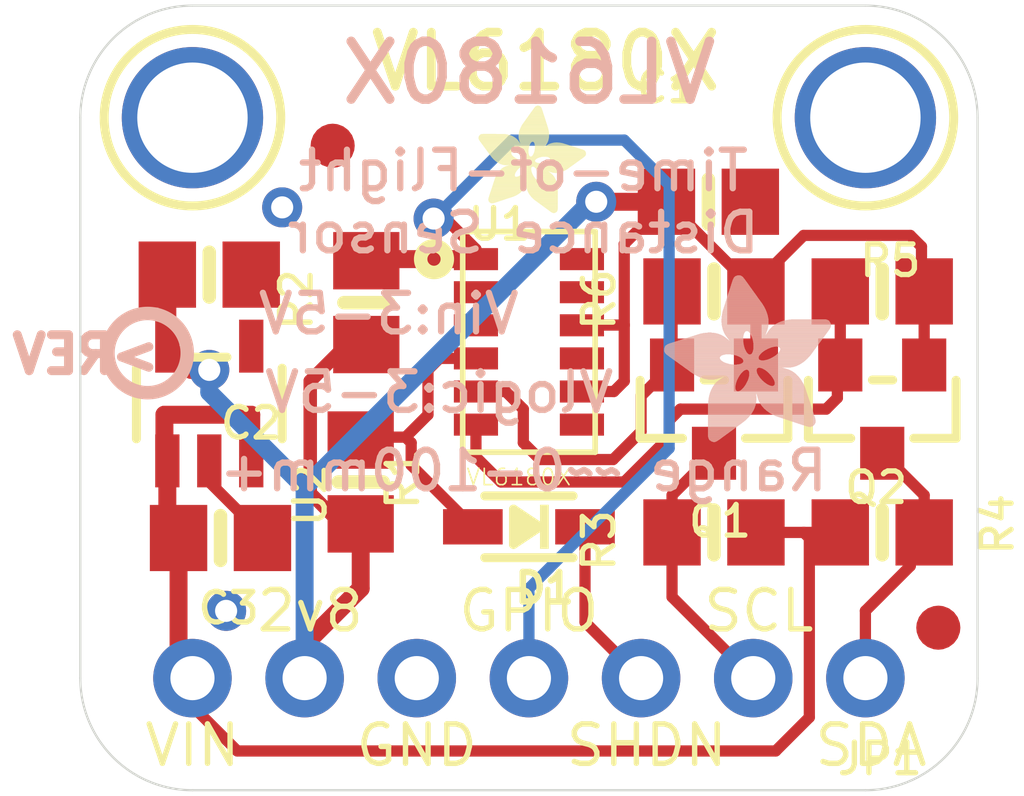
<source format=kicad_pcb>
(kicad_pcb (version 20211014) (generator pcbnew)
  (layers (0 "F.Cu" signal) (31 "B.Cu" signal) (34 "B.Paste" user) (35 "F.Paste" user) (36 "B.SilkS" user "B.Silkscreen") (37 "F.SilkS" user "F.Silkscreen") (38 "B.Mask" user) (39 "F.Mask" user) (44 "Edge.Cuts" user))
  (net 0 "")
  (net 1 "2.8V")
  (net 2 "GND")
  (net 3 "SHDN_2.8V")
  (net 4 "SCL_2.8V")
  (net 5 "SDA_2.8V")
  (net 6 "VIN")
  (net 7 "SHDN")
  (net 8 "SCL")
  (net 9 "SDA")
  (net 10 "GPIO_OUT")
  (footprint "boardEagle:MOUNTINGHOLE_2.5_PLATED" (layer "F.Cu") (at 156.1211 98.6536)
    (fp_text reference "U$11" hide)
    (fp_text value "MOUNTINGHOLE2.5" hide)
    (pad "P$1" thru_hole circle (at 0 0) (size 3.2 3.2) (drill 2.5) (layers *.Cu *.Mask))
  )
  (footprint "boardEagle:SOT23-WIDE" (layer "F.Cu") (at 152.6921 105.2576 180)
    (fp_text reference "Q1" (at 0.635 -2.54) (layer "F.SilkS") (effects (font (size 0.692831 0.692831) (thickness 0.119969)) (justify left)))
    (fp_text value "BSS138")
    (pad "1" smd rect (at -0.95 1 180) (size 1 1.2) (layers "F.Cu" "F.Paste" "F.Mask") (net 1 "2.8V"))
    (pad "2" smd rect (at 0.95 1 180) (size 1 1.2) (layers "F.Cu" "F.Paste" "F.Mask") (net 4 "SCL_2.8V"))
    (pad "3" smd rect (at 0 -1 180) (size 1 1.2) (layers "F.Cu" "F.Paste" "F.Mask") (net 8 "SCL"))
  )
  (footprint "boardEagle:0805-NO" (layer "F.Cu") (at 144.6911 106.9086 -90)
    (fp_text reference "R1" (at -0.8255 -0.9525 90) (layer "F.SilkS") (effects (font (size 0.692831 0.692831) (thickness 0.119969)) (justify right)))
    (fp_text value "47K")
    (pad "1" smd rect (at -0.95 0 270) (size 1.3 1.5) (layers "F.Cu" "F.Paste" "F.Mask") (net 3 "SHDN_2.8V"))
    (pad "2" smd rect (at 0.95 0 270) (size 1.3 1.5) (layers "F.Cu" "F.Paste" "F.Mask") (net 1 "2.8V"))
  )
  (footprint "boardEagle:ADAFRUIT_2.5MM" (layer "F.Cu") (at 147.3581 100.8126)
    (fp_text reference "U$18" hide)
    (fp_text value "" hide)
  )
  (footprint "boardEagle:0805-NO" (layer "F.Cu") (at 156.5021 102.5906)
    (fp_text reference "R5" (at -0.5715 -0.6985) (layer "F.SilkS") (effects (font (size 0.692831 0.692831) (thickness 0.119969)) (justify left)))
    (fp_text value "10K")
    (pad "1" smd rect (at -0.95 0) (size 1.3 1.5) (layers "F.Cu" "F.Paste" "F.Mask") (net 5 "SDA_2.8V"))
    (pad "2" smd rect (at 0.95 0) (size 1.3 1.5) (layers "F.Cu" "F.Paste" "F.Mask") (net 1 "2.8V"))
  )
  (footprint "boardEagle:0805-NO" (layer "F.Cu") (at 152.6921 108.0516)
    (fp_text reference "R3" (at -2.6035 -0.5715 90) (layer "F.SilkS") (effects (font (size 0.692831 0.692831) (thickness 0.119969)) (justify right)))
    (fp_text value "10K")
    (pad "1" smd rect (at -0.95 0) (size 1.3 1.5) (layers "F.Cu" "F.Paste" "F.Mask") (net 8 "SCL"))
    (pad "2" smd rect (at 0.95 0) (size 1.3 1.5) (layers "F.Cu" "F.Paste" "F.Mask") (net 6 "VIN"))
  )
  (footprint "boardEagle:0805-NO" (layer "F.Cu") (at 141.2621 102.2096)
    (fp_text reference "C2" (at 0.1905 3.3655) (layer "F.SilkS") (effects (font (size 0.692831 0.692831) (thickness 0.119969)) (justify left)))
    (fp_text value "10uF")
    (pad "1" smd rect (at -0.95 0) (size 1.3 1.5) (layers "F.Cu" "F.Paste" "F.Mask") (net 1 "2.8V"))
    (pad "2" smd rect (at 0.95 0) (size 1.3 1.5) (layers "F.Cu" "F.Paste" "F.Mask") (net 2 "GND"))
  )
  (footprint "boardEagle:0805-NO" (layer "F.Cu") (at 144.8181 102.8446 -90)
    (fp_text reference "R2" (at -0.8255 1.5875 90) (layer "F.SilkS") (effects (font (size 0.692831 0.692831) (thickness 0.119969)) (justify right)))
    (fp_text value "47K")
    (pad "1" smd rect (at -0.95 0 270) (size 1.3 1.5) (layers "F.Cu" "F.Paste" "F.Mask") (net 10 "GPIO_OUT"))
    (pad "2" smd rect (at 0.95 0 270) (size 1.3 1.5) (layers "F.Cu" "F.Paste" "F.Mask") (net 1 "2.8V"))
  )
  (footprint "boardEagle:VL6180" (layer "F.Cu") (at 148.5011 103.7336)
    (fp_text reference "U1" (at -1.441 -2.665) (layer "F.SilkS") (effects (font (size 0.692831 0.692831) (thickness 0.119969)) (justify left)))
    (fp_text value "VL6180X" (at -1.441 3.066) (layer "F.SilkS") (effects (font (size 0.369824 0.369824) (thickness 0.036576)) (justify left)))
    (pad "1" smd rect (at -1.2 -1.875 270) (size 0.5 1) (layers "F.Cu" "F.Paste" "F.Mask") (net 10 "GPIO_OUT"))
    (pad "2" smd rect (at -1.2 -1.125 270) (size 0.5 1) (layers "F.Cu" "F.Paste" "F.Mask"))
    (pad "3" smd rect (at -1.2 -0.375 270) (size 0.5 1) (layers "F.Cu" "F.Paste" "F.Mask"))
    (pad "4" smd rect (at -1.2 0.375 270) (size 0.5 1) (layers "F.Cu" "F.Paste" "F.Mask") (net 3 "SHDN_2.8V"))
    (pad "5" smd rect (at -1.2 1.125 270) (size 0.5 1) (layers "F.Cu" "F.Paste" "F.Mask") (net 4 "SCL_2.8V"))
    (pad "6" smd rect (at -1.2 1.875 270) (size 0.5 1) (layers "F.Cu" "F.Paste" "F.Mask") (net 5 "SDA_2.8V"))
    (pad "7" smd rect (at 1.2 1.875 270) (size 0.5 1) (layers "F.Cu" "F.Paste" "F.Mask"))
    (pad "8" smd rect (at 1.2 1.125 270) (size 0.5 1) (layers "F.Cu" "F.Paste" "F.Mask") (net 1 "2.8V"))
    (pad "9" smd rect (at 1.2 0.375 270) (size 0.5 1) (layers "F.Cu" "F.Paste" "F.Mask") (net 2 "GND"))
    (pad "10" smd rect (at 1.2 -0.375 270) (size 0.5 1) (layers "F.Cu" "F.Paste" "F.Mask") (net 1 "2.8V"))
    (pad "11" smd rect (at 1.2 -1.125 270) (size 0.5 1) (layers "F.Cu" "F.Paste" "F.Mask"))
    (pad "12" smd rect (at 1.2 -1.875 270) (size 0.5 1) (layers "F.Cu" "F.Paste" "F.Mask") (net 2 "GND"))
  )
  (footprint "boardEagle:0805-NO" (layer "F.Cu") (at 156.5021 108.0516 180)
    (fp_text reference "R4" (at -2.6035 -0.5715 90) (layer "F.SilkS") (effects (font (size 0.692831 0.692831) (thickness 0.119969)) (justify left)))
    (fp_text value "10K")
    (pad "1" smd rect (at -0.95 0 180) (size 1.3 1.5) (layers "F.Cu" "F.Paste" "F.Mask") (net 9 "SDA"))
    (pad "2" smd rect (at 0.95 0 180) (size 1.3 1.5) (layers "F.Cu" "F.Paste" "F.Mask") (net 6 "VIN"))
  )
  (footprint "boardEagle:0805-NO" (layer "F.Cu") (at 152.6921 102.5906)
    (fp_text reference "R6" (at -2.6035 -0.5715 90) (layer "F.SilkS") (effects (font (size 0.692831 0.692831) (thickness 0.119969)) (justify right)))
    (fp_text value "10K")
    (pad "1" smd rect (at -0.95 0) (size 1.3 1.5) (layers "F.Cu" "F.Paste" "F.Mask") (net 4 "SCL_2.8V"))
    (pad "2" smd rect (at 0.95 0) (size 1.3 1.5) (layers "F.Cu" "F.Paste" "F.Mask") (net 1 "2.8V"))
  )
  (footprint "boardEagle:0805-NO" (layer "F.Cu") (at 141.5161 108.1786)
    (fp_text reference "C3" (at -0.5715 1.5875) (layer "F.SilkS") (effects (font (size 0.692831 0.692831) (thickness 0.119969)) (justify left)))
    (fp_text value "10uF")
    (pad "1" smd rect (at -0.95 0) (size 1.3 1.5) (layers "F.Cu" "F.Paste" "F.Mask") (net 6 "VIN"))
    (pad "2" smd rect (at 0.95 0) (size 1.3 1.5) (layers "F.Cu" "F.Paste" "F.Mask") (net 2 "GND"))
  )
  (footprint "boardEagle:0805-NO" (layer "F.Cu") (at 152.5651 100.5586 180)
    (fp_text reference "C1" (at 0.1905 2.6035) (layer "F.SilkS") (effects (font (size 0.692831 0.692831) (thickness 0.119969)) (justify right)))
    (fp_text value "0.1uF")
    (pad "1" smd rect (at -0.95 0 180) (size 1.3 1.5) (layers "F.Cu" "F.Paste" "F.Mask") (net 2 "GND"))
    (pad "2" smd rect (at 0.95 0 180) (size 1.3 1.5) (layers "F.Cu" "F.Paste" "F.Mask") (net 1 "2.8V"))
  )
  (footprint "boardEagle:FIDUCIAL_1MM" (layer "F.Cu") (at 157.7721 110.2106)
    (fp_text reference "FID2" hide)
    (fp_text value "FIDUCIAL\"\"" hide)
    (pad "1" smd roundrect (at 0 0) (size 1 1) (layers "F.Cu" "F.Mask") (roundrect_rratio 0.5))
  )
  (footprint "boardEagle:MOUNTINGHOLE_2.5_PLATED" (layer "F.Cu") (at 140.8811 98.6536)
    (fp_text reference "U$12" hide)
    (fp_text value "MOUNTINGHOLE2.5" hide)
    (pad "P$1" thru_hole circle (at 0 0) (size 3.2 3.2) (drill 2.5) (layers *.Cu *.Mask))
  )
  (footprint "boardEagle:SOT23-5" (layer "F.Cu") (at 141.2621 105.1306)
    (fp_text reference "U2" (at 2.286 2.848 90) (layer "F.SilkS") (effects (font (size 0.692831 0.692831) (thickness 0.119969)) (justify left)))
    (fp_text value "MIC5225_2.8V")
    (pad "1" smd rect (at -0.95 1.3001) (size 0.55 1.2) (layers "F.Cu" "F.Paste" "F.Mask") (net 6 "VIN"))
    (pad "2" smd rect (at 0 1.3001) (size 0.55 1.2) (layers "F.Cu" "F.Paste" "F.Mask") (net 2 "GND"))
    (pad "3" smd rect (at 0.95 1.3001) (size 0.55 1.2) (layers "F.Cu" "F.Paste" "F.Mask") (net 6 "VIN"))
    (pad "4" smd rect (at 0.95 -1.3001) (size 0.55 1.2) (layers "F.Cu" "F.Paste" "F.Mask"))
    (pad "5" smd rect (at -0.95 -1.3001) (size 0.55 1.2) (layers "F.Cu" "F.Paste" "F.Mask") (net 1 "2.8V"))
  )
  (footprint "boardEagle:SOD-323" (layer "F.Cu") (at 148.5011 107.9246 180)
    (fp_text reference "D1" (at -1.1 -1 180) (layer "F.SilkS") (effects (font (size 0.666496 0.666496) (thickness 0.146304)) (justify right top)))
    (fp_text value "1N4148")
    (pad "A" smd rect (at 1.27 0 180) (size 1.35 0.8) (layers "F.Cu" "F.Paste" "F.Mask") (net 3 "SHDN_2.8V"))
    (pad "C" smd rect (at -1.27 0 180) (size 1.35 0.8) (layers "F.Cu" "F.Paste" "F.Mask") (net 7 "SHDN"))
  )
  (footprint "boardEagle:SOT23-WIDE" (layer "F.Cu") (at 156.5021 105.2576 180)
    (fp_text reference "Q2" (at -0.635 -1.778) (layer "F.SilkS") (effects (font (size 0.692831 0.692831) (thickness 0.119969)) (justify right)))
    (fp_text value "BSS138")
    (pad "1" smd rect (at -0.95 1 180) (size 1 1.2) (layers "F.Cu" "F.Paste" "F.Mask") (net 1 "2.8V"))
    (pad "2" smd rect (at 0.95 1 180) (size 1 1.2) (layers "F.Cu" "F.Paste" "F.Mask") (net 5 "SDA_2.8V"))
    (pad "3" smd rect (at 0 -1 180) (size 1 1.2) (layers "F.Cu" "F.Paste" "F.Mask") (net 9 "SDA"))
  )
  (footprint "boardEagle:FIDUCIAL_1MM" (layer "F.Cu") (at 144.0561 99.2886)
    (fp_text reference "FID1" hide)
    (fp_text value "FIDUCIAL\"\"" hide)
    (pad "1" smd roundrect (at 0 0) (size 1 1) (layers "F.Cu" "F.Mask") (roundrect_rratio 0.5))
  )
  (footprint "boardEagle:1X07_ROUND_70" (layer "F.Cu") (at 148.5011 111.3536 180)
    (fp_text reference "JP1" (at -8.9662 -1.8288) (layer "F.SilkS") (effects (font (size 0.692831 0.692831) (thickness 0.119969)) (justify right)))
    (fp_text value "")
    (pad "1" thru_hole circle (at -7.62 0 270) (size 1.778 1.778) (drill 1) (layers *.Cu *.Mask) (net 9 "SDA"))
    (pad "2" thru_hole circle (at -5.08 0 270) (size 1.778 1.778) (drill 1) (layers *.Cu *.Mask) (net 8 "SCL"))
    (pad "3" thru_hole circle (at -2.54 0 270) (size 1.778 1.778) (drill 1) (layers *.Cu *.Mask) (net 7 "SHDN"))
    (pad "4" thru_hole circle (at 0 0 270) (size 1.778 1.778) (drill 1) (layers *.Cu *.Mask) (net 10 "GPIO_OUT"))
    (pad "5" thru_hole circle (at 2.54 0 270) (size 1.778 1.778) (drill 1) (layers *.Cu *.Mask) (net 2 "GND"))
    (pad "6" thru_hole circle (at 5.08 0 270) (size 1.778 1.778) (drill 1) (layers *.Cu *.Mask) (net 1 "2.8V"))
    (pad "7" thru_hole circle (at 7.62 0 270) (size 1.778 1.778) (drill 1) (layers *.Cu *.Mask) (net 6 "VIN"))
  )
  (footprint "boardEagle:PCBFEAT-REV-040" (layer "B.Cu") (at 139.8651 103.9876 180)
    (fp_text reference "U$21" hide)
    (fp_text value "" hide)
    (fp_text user ">REV" (at -0.3556 -0.508) (layer "B.SilkS") (effects (font (size 0.8128 0.8128) (thickness 0.2032)) (justify left bottom mirror)))
  )
  (footprint "boardEagle:ADAFRUIT_3.5MM" (layer "B.Cu") (at 155.3591 106.0196 180)
    (fp_text reference "U$20" hide)
    (fp_text value "" hide)
  )
  (gr_arc (start 140.8811 113.8936) (mid 139.085049 113.149651) (end 138.3411 111.3536) (layer "Edge.Cuts") (width 0.05))
  (gr_line (start 138.3411 111.3536) (end 138.3411 98.6536) (layer "Edge.Cuts") (width 0.05))
  (gr_line (start 156.1211 113.8936) (end 140.8811 113.8936) (layer "Edge.Cuts") (width 0.05))
  (gr_arc (start 158.6611 111.3536) (mid 157.917151 113.149651) (end 156.1211 113.8936) (layer "Edge.Cuts") (width 0.05))
  (gr_arc (start 138.3411 98.6536) (mid 139.085049 96.857549) (end 140.8811 96.1136) (layer "Edge.Cuts") (width 0.05))
  (gr_arc (start 156.1211 96.1136) (mid 157.917151 96.857549) (end 158.6611 98.6536) (layer "Edge.Cuts") (width 0.05))
  (gr_line (start 158.6611 98.6536) (end 158.6611 111.3536) (layer "Edge.Cuts") (width 0.05))
  (gr_line (start 140.8811 96.1136) (end 156.1211 96.1136) (layer "Edge.Cuts") (width 0.05))
  (gr_text "Range ~~0-100mm+" (at 148.3741 106.6546) (layer "B.SilkS") (effects (font (size 0.87376 0.87376) (thickness 0.14224)) (justify mirror)))
  (gr_text "Vin:3-5V" (at 145.3261 103.0986) (layer "B.SilkS") (effects (font (size 0.87376 0.87376) (thickness 0.14224)) (justify mirror)))
  (gr_text "Vlogic:3-5V" (at 146.4691 104.8766) (layer "B.SilkS") (effects (font (size 0.87376 0.87376) (thickness 0.14224)) (justify mirror)))
  (gr_text "Time-of-Flight\nDistance Sensor" (at 148.3741 100.5586) (layer "B.SilkS") (effects (font (size 0.87376 0.87376) (thickness 0.14224)) (justify mirror)))
  (gr_text "VL6180X" (at 148.5011 97.6376) (layer "B.SilkS") (effects (font (size 1.31064 1.31064) (thickness 0.21336)) (justify mirror)))
  (gr_text "VIN" (at 140.8811 112.8776) (layer "F.SilkS") (effects (font (size 0.89408 0.89408) (thickness 0.12192))))
  (gr_text "SCL" (at 153.7081 109.8296) (layer "F.SilkS") (effects (font (size 0.89408 0.89408) (thickness 0.12192))))
  (gr_text "GND" (at 145.9611 112.8776) (layer "F.SilkS") (effects (font (size 0.89408 0.89408) (thickness 0.12192))))
  (gr_text "2v8" (at 143.5481 109.8296) (layer "F.SilkS") (effects (font (size 0.89408 0.89408) (thickness 0.12192))))
  (gr_text "SDA" (at 156.2481 112.8776) (layer "F.SilkS") (effects (font (size 0.89408 0.89408) (thickness 0.12192))))
  (gr_text "VL6180X" (at 148.8821 97.3836) (layer "F.SilkS") (effects (font (size 1.223264 1.223264) (thickness 0.199136))))
  (gr_text "GPIO" (at 148.5011 109.8296) (layer "F.SilkS") (effects (font (size 0.89408 0.89408) (thickness 0.12192))))
  (gr_text "SHDN" (at 151.1681 112.8776) (layer "F.SilkS") (effects (font (size 0.89408 0.89408) (thickness 0.12192))))
  (segment (start 150.6601 103.3526) (end 149.7071 103.3526) (width 0.254) (layer "F.Cu") (net 1))
  (segment (start 150.0251 100.5586) (end 151.6151 100.5586) (width 0.4064) (layer "F.Cu") (net 1))
  (segment (start 153.6421 102.5906) (end 153.6421 104.2576) (width 0.254) (layer "F.Cu") (net 1))
  (segment (start 149.7071 103.3526) (end 149.7011 103.3586) (width 0.254) (layer "F.Cu") (net 1))
  (segment (start 150.6601 101.5136) (end 151.6151 100.5586) (width 0.254) (layer "F.Cu") (net 1))
  (segment (start 143.5481 107.1626) (end 144.0561 107.6706) (width 0.3048) (layer "F.Cu") (net 1))
  (segment (start 144.5031 107.6706) (end 144.6911 107.8586) (width 0.3048) (layer "F.Cu") (net 1))
  (segment (start 157.3911 101.5746) (end 157.3911 102.5296) (width 0.254) (layer "F.Cu") (net 1))
  (segment (start 153.6421 102.4026) (end 154.7241 101.3206) (width 0.254) (layer "F.Cu") (net 1))
  (segment (start 140.3121 103.8305) (end 140.8502 104.3686) (width 0.4064) (layer "F.Cu") (net 1))
  (segment (start 144.6911 109.3216) (end 144.6911 107.8586) (width 0.4064) (layer "F.Cu") (net 1))
  (segment (start 144.0561 107.6706) (end 144.5031 107.6706) (width 0.3048) (layer "F.Cu") (net 1))
  (segment (start 150.6601 104.6226) (end 150.6601 103.3526) (width 0.254) (layer "F.Cu") (net 1))
  (segment (start 143.5481 104.6226) (end 143.5481 107.1626) (width 0.3048) (layer "F.Cu") (net 1))
  (segment (start 153.6421 102.5856) (end 153.6421 102.5906) (width 0.254) (layer "F.Cu") (net 1))
  (segment (start 157.3911 102.5296) (end 157.4521 102.5906) (width 0.254) (layer "F.Cu") (net 1))
  (segment (start 149.7011 104.8586) (end 150.4241 104.8586) (width 0.254) (layer "F.Cu") (net 1))
  (segment (start 154.7241 101.3206) (end 157.1371 101.3206) (width 0.254) (layer "F.Cu") (net 1))
  (segment (start 143.4211 110.5916) (end 144.6911 109.3216) (width 0.4064) (layer "F.Cu") (net 1))
  (segment (start 143.4211 111.3536) (end 143.4211 110.5916) (width 0.4064) (layer "F.Cu") (net 1))
  (segment (start 153.6421 102.5906) (end 153.6421 102.4026) (width 0.254) (layer "F.Cu") (net 1))
  (segment (start 151.6151 100.5586) (end 153.6421 102.5856) (width 0.254) (layer "F.Cu") (net 1))
  (segment (start 150.4241 104.8586) (end 150.6601 104.6226) (width 0.254) (layer "F.Cu") (net 1))
  (segment (start 144.3761 103.7946) (end 143.5481 104.6226) (width 0.3048) (layer "F.Cu") (net 1))
  (segment (start 157.4521 104.2576) (end 157.4521 102.5906) (width 0.254) (layer "F.Cu") (net 1))
  (segment (start 140.3121 103.8305) (end 140.3121 102.2096) (width 0.4064) (layer "F.Cu") (net 1))
  (segment (start 150.6601 103.3526) (end 150.6601 101.5136) (width 0.254) (layer "F.Cu") (net 1))
  (segment (start 144.8181 103.7946) (end 144.3761 103.7946) (width 0.3048) (layer "F.Cu") (net 1))
  (segment (start 140.8502 104.3686) (end 141.2621 104.3686) (width 0.4064) (layer "F.Cu") (net 1))
  (segment (start 157.1371 101.3206) (end 157.3911 101.5746) (width 0.254) (layer "F.Cu") (net 1))
  (via (at 141.2621 104.3686) (size 0.9064) (drill 0.5) (layers "F.Cu" "B.Cu") (net 1))
  (via (at 150.0251 100.5586) (size 0.9064) (drill 0.5) (layers "F.Cu" "B.Cu") (net 1))
  (segment (start 141.2621 104.8766) (end 141.2621 104.3686) (width 0.4064) (layer "B.Cu") (net 1))
  (segment (start 143.4211 107.0356) (end 149.8981 100.5586) (width 0.4064) (layer "B.Cu") (net 1))
  (segment (start 143.4211 107.0356) (end 143.4211 111.3536) (width 0.4064) (layer "B.Cu") (net 1))
  (segment (start 149.8981 100.5586) (end 150.0251 100.5586) (width 0.4064) (layer "B.Cu") (net 1))
  (segment (start 143.4211 107.0356) (end 141.2621 104.8766) (width 0.4064) (layer "B.Cu") (net 1))
  (segment (start 142.4661 108.1126) (end 142.4661 108.1786) (width 0.254) (layer "F.Cu") (net 2))
  (segment (start 141.2621 106.4307) (end 141.2621 106.9086) (width 0.254) (layer "F.Cu") (net 2))
  (segment (start 141.2621 106.9086) (end 142.4661 108.1126) (width 0.254) (layer "F.Cu") (net 2))
  (via (at 142.9131 100.6856) (size 0.9064) (drill 0.5) (layers "F.Cu" "B.Cu") (net 2))
  (via (at 141.6431 109.8296) (size 0.9064) (drill 0.5) (layers "F.Cu" "B.Cu") (net 2))
  (segment (start 146.2151 105.3846) (end 145.7071 105.8926) (width 0.254) (layer "F.Cu") (net 3))
  (segment (start 147.2311 107.9246) (end 145.8341 106.5276) (width 0.254) (layer "F.Cu") (net 3))
  (segment (start 145.8341 106.0196) (end 145.7071 105.8926) (width 0.254) (layer "F.Cu") (net 3))
  (segment (start 146.4751 104.1086) (end 146.2151 104.3686) (width 0.254) (layer "F.Cu") (net 3))
  (segment (start 145.7071 105.8926) (end 144.7571 105.8926) (width 0.254) (layer "F.Cu") (net 3))
  (segment (start 147.3011 104.1086) (end 146.4751 104.1086) (width 0.254) (layer "F.Cu") (net 3))
  (segment (start 144.7571 105.8926) (end 144.6911 105.9586) (width 0.254) (layer "F.Cu") (net 3))
  (segment (start 145.8341 106.5276) (end 145.8341 106.0196) (width 0.254) (layer "F.Cu") (net 3))
  (segment (start 146.2151 104.3686) (end 146.2151 105.3846) (width 0.254) (layer "F.Cu") (net 3))
  (segment (start 151.0411 105.7656) (end 151.0411 104.9586) (width 0.254) (layer "F.Cu") (net 4))
  (segment (start 148.3741 106.0196) (end 148.7551 106.4006) (width 0.254) (layer "F.Cu") (net 4))
  (segment (start 151.0411 104.9586) (end 151.7421 104.2576) (width 0.254) (layer "F.Cu") (net 4))
  (segment (start 151.7421 102.5906) (end 151.7421 104.2576) (width 0.254) (layer "F.Cu") (net 4))
  (segment (start 147.9751 104.8586) (end 148.3741 105.2576) (width 0.254) (layer "F.Cu") (net 4))
  (segment (start 148.3741 105.2576) (end 148.3741 106.0196) (width 0.254) (layer "F.Cu") (net 4))
  (segment (start 147.3011 104.8586) (end 147.9751 104.8586) (width 0.254) (layer "F.Cu") (net 4))
  (segment (start 150.4061 106.4006) (end 151.0411 105.7656) (width 0.254) (layer "F.Cu") (net 4))
  (segment (start 148.7551 106.4006) (end 150.4061 106.4006) (width 0.254) (layer "F.Cu") (net 4))
  (segment (start 151.6761 105.5116) (end 151.9301 105.2576) (width 0.254) (layer "F.Cu") (net 5))
  (segment (start 147.8661 106.9086) (end 150.6601 106.9086) (width 0.254) (layer "F.Cu") (net 5))
  (segment (start 155.4861 104.3236) (end 155.5521 104.2576) (width 0.254) (layer "F.Cu") (net 5))
  (segment (start 151.9301 105.2576) (end 155.2321 105.2576) (width 0.254) (layer "F.Cu") (net 5))
  (segment (start 150.6601 106.9086) (end 151.6761 105.8926) (width 0.254) (layer "F.Cu") (net 5))
  (segment (start 147.3011 106.3436) (end 147.8661 106.9086) (width 0.254) (layer "F.Cu") (net 5))
  (segment (start 147.3011 105.6086) (end 147.3011 106.3436) (width 0.254) (layer "F.Cu") (net 5))
  (segment (start 155.5521 102.5906) (end 155.5521 104.2576) (width 0.254) (layer "F.Cu") (net 5))
  (segment (start 151.6761 105.8926) (end 151.6761 105.5116) (width 0.254) (layer "F.Cu") (net 5))
  (segment (start 155.4861 105.0036) (end 155.4861 104.3236) (width 0.254) (layer "F.Cu") (net 5))
  (segment (start 155.2321 105.2576) (end 155.4861 105.0036) (width 0.254) (layer "F.Cu") (net 5))
  (segment (start 154.0891 113.0046) (end 141.8971 113.0046) (width 0.254) (layer "F.Cu") (net 6))
  (segment (start 140.8811 111.9886) (end 140.8811 111.3536) (width 0.254) (layer "F.Cu") (net 6))
  (segment (start 154.7241 108.0516) (end 155.5521 108.0516) (width 0.254) (layer "F.Cu") (net 6))
  (segment (start 142.2121 105.3846) (end 140.2461 105.3846) (width 0.4064) (layer "F.Cu") (net 6))
  (segment (start 142.2121 106.4307) (end 142.2121 105.3846) (width 0.4064) (layer "F.Cu") (net 6))
  (segment (start 140.5661 111.0386) (end 140.5661 108.1786) (width 0.4064) (layer "F.Cu") (net 6))
  (segment (start 140.8811 111.3536) (end 140.5661 111.0386) (width 0.4064) (layer "F.Cu") (net 6))
  (segment (start 153.6421 108.0516) (end 154.7241 108.0516) (width 0.254) (layer "F.Cu") (net 6))
  (segment (start 140.2461 105.3846) (end 140.2461 106.1767) (width 0.4064) (layer "F.Cu") (net 6))
  (segment (start 140.2461 106.4307) (end 140.3121 106.4307) (width 0.254) (layer "F.Cu") (net 6))
  (segment (start 154.8511 108.1786) (end 154.8511 112.2426) (width 0.254) (layer "F.Cu") (net 6))
  (segment (start 154.7241 108.0516) (end 154.8511 108.1786) (width 0.254) (layer "F.Cu") (net 6))
  (segment (start 140.3121 106.4307) (end 140.3121 107.9246) (width 0.4064) (layer "F.Cu") (net 6))
  (segment (start 140.2461 106.1767) (end 140.2461 106.4307) (width 0.254) (layer "F.Cu") (net 6))
  (segment (start 141.8971 113.0046) (end 140.8811 111.9886) (width 0.254) (layer "F.Cu") (net 6))
  (segment (start 154.8511 112.2426) (end 154.0891 113.0046) (width 0.254) (layer "F.Cu") (net 6))
  (segment (start 140.3121 107.9246) (end 140.5661 108.1786) (width 0.4064) (layer "F.Cu") (net 6))
  (segment (start 149.7711 107.9246) (end 149.7711 110.0836) (width 0.254) (layer "F.Cu") (net 7))
  (segment (start 149.7711 110.0836) (end 151.0411 111.3536) (width 0.254) (layer "F.Cu") (net 7))
  (segment (start 151.7421 108.0516) (end 151.7421 109.5146) (width 0.254) (layer "F.Cu") (net 8))
  (segment (start 151.7421 109.5146) (end 153.5811 111.3536) (width 0.254) (layer "F.Cu") (net 8))
  (segment (start 151.7421 107.2076) (end 151.7421 108.0516) (width 0.254) (layer "F.Cu") (net 8))
  (segment (start 152.6921 106.2576) (end 151.7421 107.2076) (width 0.254) (layer "F.Cu") (net 8))
  (segment (start 156.1211 109.8296) (end 157.1371 108.8136) (width 0.254) (layer "F.Cu") (net 9))
  (segment (start 156.1211 111.3536) (end 156.1211 109.8296) (width 0.254) (layer "F.Cu") (net 9))
  (segment (start 157.4521 107.5436) (end 157.4521 108.0516) (width 0.254) (layer "F.Cu") (net 9))
  (segment (start 157.4521 107.2076) (end 157.4521 107.5436) (width 0.254) (layer "F.Cu") (net 9))
  (segment (start 156.5021 106.2576) (end 157.4521 107.2076) (width 0.254) (layer "F.Cu") (net 9))
  (segment (start 157.1371 108.8136) (end 157.1371 107.5436) (width 0.254) (layer "F.Cu") (net 9))
  (segment (start 157.1371 107.5436) (end 157.4521 107.5436) (width 0.254) (layer "F.Cu") (net 9))
  (segment (start 147.3011 101.6316) (end 146.6091 100.9396) (width 0.254) (layer "F.Cu") (net 10))
  (segment (start 147.3011 101.8586) (end 144.8541 101.8586) (width 0.4064) (layer "F.Cu") (net 10))
  (segment (start 147.3011 101.8586) (end 147.3011 101.6316) (width 0.254) (layer "F.Cu") (net 10))
  (segment (start 144.8541 101.8586) (end 144.8181 101.8946) (width 0.4064) (layer "F.Cu") (net 10))
  (segment (start 146.6091 100.9396) (end 146.3421 100.9396) (width 0.254) (layer "F.Cu") (net 10))
  (via (at 146.3421 100.9396) (size 0.9064) (drill 0.5) (layers "F.Cu" "B.Cu") (net 10))
  (segment (start 148.1201 99.1616) (end 150.6601 99.1616) (width 0.254) (layer "B.Cu") (net 10))
  (segment (start 146.3421 100.9396) (end 148.1201 99.1616) (width 0.254) (layer "B.Cu") (net 10))
  (segment (start 150.6601 99.1616) (end 151.6761 100.1776) (width 0.254) (layer "B.Cu") (net 10))
  (segment (start 148.5011 109.3216) (end 148.5011 111.3536) (width 0.254) (layer "B.Cu") (net 10))
  (segment (start 151.6761 100.1776) (end 151.6761 106.1466) (width 0.254) (layer "B.Cu") (net 10))
  (segment (start 151.6761 106.1466) (end 148.5011 109.3216) (width 0.254) (layer "B.Cu") (net 10))
)
</source>
